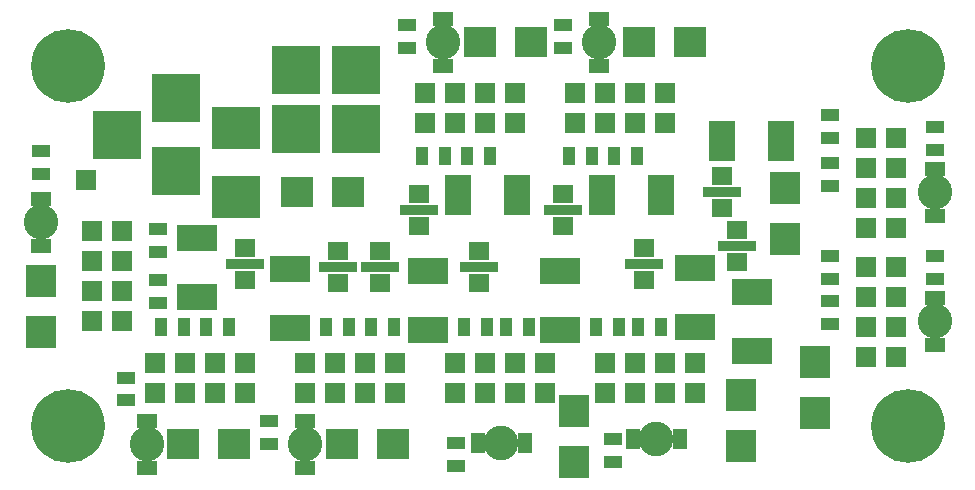
<source format=gbr>
%TF.GenerationSoftware,KiCad,Pcbnew,no-vcs-found-7571~57~ubuntu16.04.1*%
%TF.CreationDate,2017-02-03T14:39:28+01:00*%
%TF.ProjectId,UNIPOWER04A,554E49504F5745523034412E6B696361,rev?*%
%TF.FileFunction,Soldermask,Bot*%
%TF.FilePolarity,Negative*%
%FSLAX46Y46*%
G04 Gerber Fmt 4.6, Leading zero omitted, Abs format (unit mm)*
G04 Created by KiCad (PCBNEW no-vcs-found-7571~57~ubuntu16.04.1) date Fri Feb  3 14:39:28 2017*
%MOMM*%
%LPD*%
G01*
G04 APERTURE LIST*
%ADD10C,0.350000*%
%ADD11R,4.050000X4.050000*%
%ADD12C,2.940000*%
%ADD13R,1.740000X1.290000*%
%ADD14R,1.290000X1.740000*%
%ADD15R,2.739360X2.541240*%
%ADD16R,2.541240X2.739360*%
%ADD17R,3.420000X2.240000*%
%ADD18R,4.050000X3.570000*%
%ADD19R,2.240000X3.420000*%
%ADD20R,1.740000X1.540000*%
%ADD21R,3.240000X0.940000*%
%ADD22R,1.764000X1.764000*%
%ADD23C,6.240000*%
%ADD24R,1.637000X1.129000*%
%ADD25R,1.129000X1.637000*%
G04 APERTURE END LIST*
D10*
D11*
X14224000Y32870000D03*
X14224000Y26670000D03*
X9224000Y29770000D03*
D12*
X2794000Y22352000D03*
D13*
X2794000Y24352000D03*
X2794000Y20352000D03*
D12*
X11811000Y3556000D03*
D13*
X11811000Y5556000D03*
X11811000Y1556000D03*
D12*
X41808400Y3683000D03*
D14*
X39808400Y3683000D03*
X43808400Y3683000D03*
D15*
X28818840Y24892000D03*
X24521160Y24892000D03*
D16*
X2794000Y17388840D03*
X2794000Y13091160D03*
D15*
X19166840Y3556000D03*
X14869160Y3556000D03*
D16*
X47990760Y6339840D03*
X47990760Y2042160D03*
D13*
X50038000Y35592000D03*
X50038000Y39592000D03*
D12*
X50038000Y37592000D03*
X36830000Y37592000D03*
D13*
X36830000Y39592000D03*
X36830000Y35592000D03*
X78486000Y22892000D03*
X78486000Y26892000D03*
D12*
X78486000Y24892000D03*
X25146000Y3556000D03*
D13*
X25146000Y5556000D03*
X25146000Y1556000D03*
D15*
X53477160Y37592000D03*
X57774840Y37592000D03*
X40015160Y37592000D03*
X44312840Y37592000D03*
D16*
X65786000Y20965160D03*
X65786000Y25262840D03*
D15*
X28331160Y3556000D03*
X32628840Y3556000D03*
D14*
X56914800Y3987800D03*
X52914800Y3987800D03*
D12*
X54914800Y3987800D03*
D13*
X78486000Y11970000D03*
X78486000Y15970000D03*
D12*
X78486000Y13970000D03*
D16*
X62113160Y7711440D03*
X62113160Y3413760D03*
X68326000Y10530840D03*
X68326000Y6233160D03*
D17*
X16002000Y21042000D03*
X16002000Y16042000D03*
X23876000Y13375000D03*
X23876000Y18375000D03*
X46736000Y13248000D03*
X46736000Y18248000D03*
D18*
X19304000Y30342000D03*
X19304000Y24522000D03*
D19*
X50332000Y24638000D03*
X55332000Y24638000D03*
X43140000Y24638000D03*
X38140000Y24638000D03*
X60492000Y29210000D03*
X65492000Y29210000D03*
D17*
X35560000Y13248000D03*
X35560000Y18248000D03*
X58166000Y18502000D03*
X58166000Y13502000D03*
X62992000Y16470000D03*
X62992000Y11470000D03*
D20*
X20066000Y17446000D03*
D21*
X20066000Y18796000D03*
D20*
X20066000Y20146000D03*
X27940000Y19892000D03*
D21*
X27940000Y18542000D03*
D20*
X27940000Y17192000D03*
X39878000Y17192000D03*
D21*
X39878000Y18542000D03*
D20*
X39878000Y19892000D03*
X46990000Y22018000D03*
D21*
X46990000Y23368000D03*
D20*
X46990000Y24718000D03*
X34798000Y22018000D03*
D21*
X34798000Y23368000D03*
D20*
X34798000Y24718000D03*
X60452000Y26242000D03*
D21*
X60452000Y24892000D03*
D20*
X60452000Y23542000D03*
X31496000Y19892000D03*
D21*
X31496000Y18542000D03*
D20*
X31496000Y17192000D03*
X53848000Y17446000D03*
D21*
X53848000Y18796000D03*
D20*
X53848000Y20146000D03*
X61722000Y21670000D03*
D21*
X61722000Y20320000D03*
D20*
X61722000Y18970000D03*
D22*
X6604000Y25908000D03*
X9652000Y13970000D03*
X7112000Y13970000D03*
X9652000Y16510000D03*
X7112000Y16510000D03*
X9652000Y19050000D03*
X7112000Y19050000D03*
X9652000Y21590000D03*
X7112000Y21590000D03*
X20066000Y10414000D03*
X20066000Y7874000D03*
X17526000Y10414000D03*
X17526000Y7874000D03*
X14986000Y10414000D03*
X14986000Y7874000D03*
X12446000Y10414000D03*
X12446000Y7874000D03*
X37846000Y7874000D03*
X37846000Y10414000D03*
X40386000Y7874000D03*
X40386000Y10414000D03*
X42926000Y7874000D03*
X42926000Y10414000D03*
X45466000Y7874000D03*
X45466000Y10414000D03*
X48006000Y30734000D03*
X48006000Y33274000D03*
X50546000Y30734000D03*
X50546000Y33274000D03*
X53086000Y30734000D03*
X53086000Y33274000D03*
X55626000Y30734000D03*
X55626000Y33274000D03*
X35306000Y30734000D03*
X35306000Y33274000D03*
X37846000Y30734000D03*
X37846000Y33274000D03*
X40386000Y30734000D03*
X40386000Y33274000D03*
X42926000Y30734000D03*
X42926000Y33274000D03*
X75184000Y21844000D03*
X72644000Y21844000D03*
X75184000Y24384000D03*
X72644000Y24384000D03*
X75184000Y26924000D03*
X72644000Y26924000D03*
X75184000Y29464000D03*
X72644000Y29464000D03*
X25146000Y7874000D03*
X25146000Y10414000D03*
X27686000Y7874000D03*
X27686000Y10414000D03*
X30226000Y7874000D03*
X30226000Y10414000D03*
X32766000Y7874000D03*
X32766000Y10414000D03*
X50546000Y7874000D03*
X50546000Y10414000D03*
X53086000Y7874000D03*
X53086000Y10414000D03*
X55626000Y7874000D03*
X55626000Y10414000D03*
X58166000Y7874000D03*
X58166000Y10414000D03*
X75184000Y10922000D03*
X72644000Y10922000D03*
X75184000Y13462000D03*
X72644000Y13462000D03*
X75184000Y16002000D03*
X72644000Y16002000D03*
X75184000Y18542000D03*
X72644000Y18542000D03*
D23*
X76200000Y35560000D03*
X76200000Y5080000D03*
X5080000Y35560000D03*
X5080000Y5080000D03*
D24*
X2794000Y26479500D03*
X2794000Y28384500D03*
X10033000Y9207500D03*
X10033000Y7302500D03*
X37947600Y1752600D03*
X37947600Y3657600D03*
X12700000Y19875500D03*
X12700000Y21780500D03*
X12700000Y17462500D03*
X12700000Y15557500D03*
D25*
X13017500Y13462000D03*
X14922500Y13462000D03*
X16827500Y13462000D03*
X18732500Y13462000D03*
X38671500Y13462000D03*
X40576500Y13462000D03*
X44132500Y13462000D03*
X42227500Y13462000D03*
D24*
X46990000Y37147500D03*
X46990000Y39052500D03*
X33782000Y39052500D03*
X33782000Y37147500D03*
X78486000Y28511500D03*
X78486000Y30416500D03*
X22098000Y3619500D03*
X22098000Y5524500D03*
D25*
X47561500Y27940000D03*
X49466500Y27940000D03*
X51371500Y27940000D03*
X53276500Y27940000D03*
X37020500Y27940000D03*
X35115500Y27940000D03*
X38925500Y27940000D03*
X40830500Y27940000D03*
D24*
X69596000Y31432500D03*
X69596000Y29527500D03*
X69596000Y25463500D03*
X69596000Y27368500D03*
D25*
X26987500Y13462000D03*
X28892500Y13462000D03*
X32702500Y13462000D03*
X30797500Y13462000D03*
D24*
X51231800Y3987800D03*
X51231800Y2082800D03*
X78486000Y17589500D03*
X78486000Y19494500D03*
D25*
X49847500Y13462000D03*
X51752500Y13462000D03*
X53403500Y13462000D03*
X55308500Y13462000D03*
D24*
X69596000Y17589500D03*
X69596000Y19494500D03*
X69596000Y15684500D03*
X69596000Y13779500D03*
D11*
X24384000Y35226000D03*
X24384000Y30226000D03*
X29464000Y30226000D03*
X29464000Y35226000D03*
M02*

</source>
